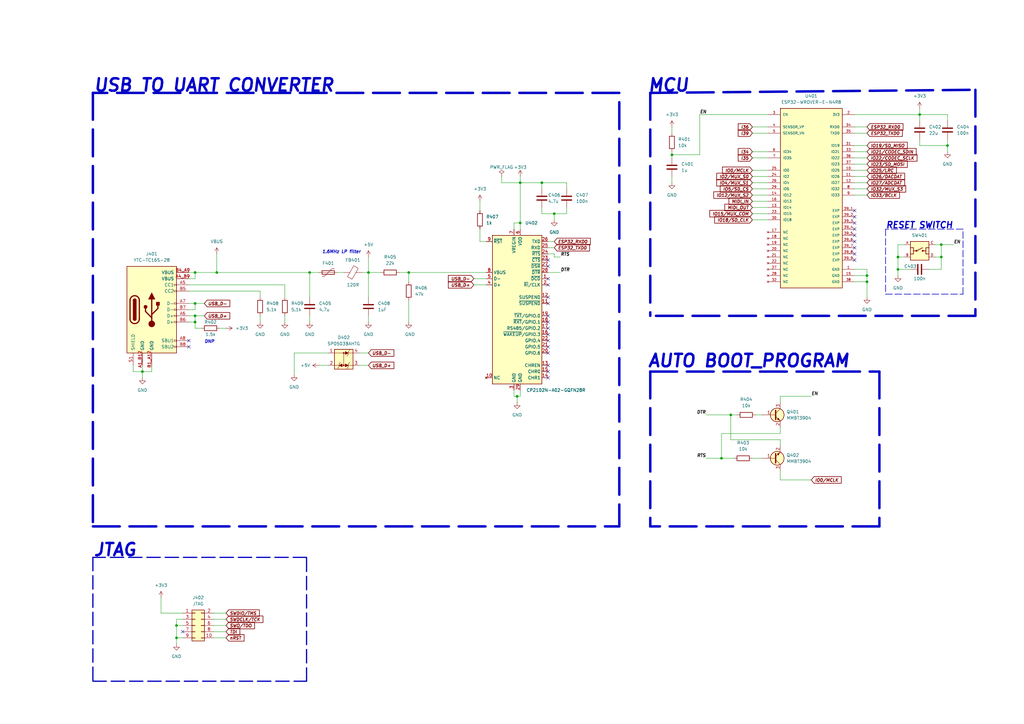
<source format=kicad_sch>
(kicad_sch (version 20211123) (generator eeschema)
  (paper "A3")
  (lib_symbols
    (symbol "MY CAPACITOR LIBRARY:CC0603KRX7R9BB104" (pin_numbers hide) (pin_names (offset 0.254))
      (property "Reference" "C6" (at -5.08 1.27 0))
      (property "Value" "CC0603KRX7R9BB104" (at -8.89 -1.27 0))
      (symbol "CC0603KRX7R9BB104_1_1"
        (pin passive line (at 0 3.81 270) (length 2.794) (name "~") (number "1"))
        (pin passive line (at 0 -3.81 90) (length 2.794) (name "~") (number "2"))
      )
    )
    (symbol "MY CAPACITOR LIBRARY:CL10A105KB8NNNC" (pin_numbers hide) (pin_names (offset 0.254))
      (property "Reference" "C5" (at 3.81 1.2701 0))
      (property "Value" "CL10A105KB8NNNC" (at 3.81 -1.2699 0))
      (symbol "CL10A105KB8NNNC_1_1"
        (pin passive line (at 0 3.81 270) (length 2.794) (name "~") (number "1"))
        (pin passive line (at 0 -3.81 90) (length 2.794) (name "~") (number "2"))
      )
    )
    (symbol "MY CAPACITOR LIBRARY:CL10A226MQ8NRNC" (pin_numbers hide) (pin_names (offset 0.254))
      (property "Reference" "C3" (at 1.27 2.54 0))
      (property "Value" "CL10A226MQ8NRNC" (at 1.27 -2.54 0))
      (symbol "CL10A226MQ8NRNC_1_1"
        (pin passive line (at 0 3.81 270) (length 2.794) (name "~") (number "1"))
        (pin passive line (at 0 -3.81 90) (length 2.794) (name "~") (number "2"))
      )
    )
    (symbol "MY CAPACITOR LIBRARY:CL10A475KO8NNNC" (pin_numbers hide) (pin_names (offset 0.254))
      (property "Reference" "C17" (at 3.81 1.2701 0))
      (property "Value" "CL10A475KO8NNNC" (at 3.81 -1.2699 0))
      (symbol "CL10A475KO8NNNC_1_1"
        (pin passive line (at 0 3.81 270) (length 2.794) (name "~") (number "1"))
        (pin passive line (at 0 -3.81 90) (length 2.794) (name "~") (number "2"))
      )
    )
    (symbol "MY CONNECTOR LIBRARY:PZ127VS-12-10-H10-A38" (pin_names (offset 1.016) hide)
      (property "Reference" "J" (at 1.27 7.62 0))
      (property "Value" "PZ127VS-12-10-H10-A38" (at 1.27 -7.62 0))
      (symbol "PZ127VS-12-10-H10-A38_1_1"
        (pin passive line (at -5.08 5.08 0) (length 3.81) (name "Pin_1") (number "1"))
        (pin passive line (at 7.62 -5.08 180) (length 3.81) (name "Pin_10") (number "10"))
        (pin passive line (at 7.62 5.08 180) (length 3.81) (name "Pin_2") (number "2"))
        (pin passive line (at -5.08 2.54 0) (length 3.81) (name "Pin_3") (number "3"))
        (pin passive line (at 7.62 2.54 180) (length 3.81) (name "Pin_4") (number "4"))
        (pin passive line (at -5.08 0 0) (length 3.81) (name "Pin_5") (number "5"))
        (pin passive line (at 7.62 0 180) (length 3.81) (name "Pin_6") (number "6"))
        (pin passive line (at -5.08 -2.54 0) (length 3.81) (name "Pin_7") (number "7"))
        (pin passive line (at 7.62 -2.54 180) (length 3.81) (name "Pin_8") (number "8"))
        (pin passive line (at -5.08 -5.08 0) (length 3.81) (name "Pin_9") (number "9"))
      )
    )
    (symbol "MY CONNECTOR LIBRARY:YTC-TC16S-28" (pin_names (offset 1.016))
      (property "Reference" "J" (at -10.16 19.05 0))
      (property "Value" "YTC-TC16S-28" (at 19.05 19.05 0))
      (symbol "YTC-TC16S-28_1_1"
        (pin passive line (at -3.81 -22.86 90) (length 5.08) (name "GND") (number "A1_B12"))
        (pin passive line (at -3.81 -22.86 90) (length 5.08) (name "GND") (number "A1_B12"))
        (pin passive line (at 15.24 12.7 180) (length 5.08) (name "VBUS") (number "A4_B9"))
        (pin passive line (at 15.24 12.7 180) (length 5.08) (name "VBUS") (number "A4_B9"))
        (pin bidirectional line (at 15.24 10.16 180) (length 5.08) (name "CC1") (number "A5"))
        (pin bidirectional line (at 15.24 -2.54 180) (length 5.08) (name "D+") (number "A6"))
        (pin bidirectional line (at 15.24 2.54 180) (length 5.08) (name "D-") (number "A7"))
        (pin bidirectional line (at 15.24 -12.7 180) (length 5.08) (name "SBU1") (number "A8"))
        (pin passive line (at 0 -22.86 90) (length 5.08) (name "GND") (number "B1_A12"))
        (pin passive line (at 0 -22.86 90) (length 5.08) (name "GND") (number "B1_A12"))
        (pin passive line (at 15.24 15.24 180) (length 5.08) (name "VBUS") (number "B4_A9"))
        (pin passive line (at 15.24 15.24 180) (length 5.08) (name "VBUS") (number "B4_A9"))
        (pin bidirectional line (at 15.24 7.62 180) (length 5.08) (name "CC2") (number "B5"))
        (pin bidirectional line (at 15.24 -5.08 180) (length 5.08) (name "D+") (number "B6"))
        (pin bidirectional line (at 15.24 0 180) (length 5.08) (name "D-") (number "B7"))
        (pin bidirectional line (at 15.24 -15.24 180) (length 5.08) (name "SBU2") (number "B8"))
        (pin passive line (at -7.62 -22.86 90) (length 5.08) (name "SHIELD") (number "S1"))
      )
    )
    (symbol "MY DIODE LIBRARY:SP0503BAHTG" (pin_names (offset 1.016))
      (property "Reference" "D1" (at 0 8.89 0))
      (property "Value" "SP0503BAHTG" (at 0 6.35 0))
      (symbol "SP0503BAHTG_1_1"
        (pin passive line (at -6.35 2.54 0) (length 2.54) (name "~") (number "1"))
        (pin passive line (at -6.35 -2.54 0) (length 2.54) (name "~") (number "2"))
        (pin passive line (at 6.35 -2.54 180) (length 2.54) (name "~") (number "3"))
        (pin passive line (at 6.35 2.54 180) (length 2.54) (name "~") (number "4"))
      )
    )
    (symbol "MY FERRITE BEAD LIBRARY:BLM18AG121SN1D" (pin_numbers hide) (pin_names (offset 0))
      (property "Reference" "FB1" (at -0.0508 5.08 90))
      (symbol "BLM18AG121SN1D_1_1"
        (pin passive line (at 0 3.81 270) (length 2.54) (name "~") (number "1"))
        (pin passive line (at 0 -3.81 90) (length 2.54) (name "~") (number "2"))
      )
    )
    (symbol "MY FUSE LIBRARY:SMD0805P020TF" (pin_numbers hide) (pin_names (offset 0))
      (property "Reference" "F1" (at 0 3.81 90))
      (symbol "SMD0805P020TF_1_1"
        (pin passive line (at 0 3.81 270) (length 1.27) (name "~") (number "1"))
        (pin passive line (at 0 -3.81 90) (length 1.27) (name "~") (number "2"))
      )
    )
    (symbol "MY IC LIBRARY:CP2102N-A02-GQFN28R"
      (property "Reference" "U2" (at 7.62 31.75 0))
      (property "Value" "CP2102N-A02-GQFN28R" (at 2.54 -33.02 0))
      (symbol "CP2102N-A02-GQFN28R_1_1"
        (pin input line (at 12.7 12.7 180) (length 2.54) (name "~{DCD}") (number "1"))
        (pin no_connect line (at -12.7 -27.94 0) (length 2.54) (name "NC") (number "10"))
        (pin output line (at 12.7 2.54 180) (length 2.54) (name "~{SUSPEND}") (number "11"))
        (pin output line (at 12.7 5.08 180) (length 2.54) (name "SUSPEND") (number "12"))
        (pin output line (at 12.7 -22.86 180) (length 2.54) (name "CHREN") (number "13"))
        (pin output line (at 12.7 -27.94 180) (length 2.54) (name "CHR1") (number "14"))
        (pin output line (at 12.7 -25.4 180) (length 2.54) (name "CHR0") (number "15"))
        (pin bidirectional line (at 12.7 -10.16 180) (length 2.54) (name "~{WAKEUP}/GPIO.3") (number "16"))
        (pin bidirectional line (at 12.7 -7.62 180) (length 2.54) (name "RS485/GPIO.2") (number "17"))
        (pin bidirectional line (at 12.7 -5.08 180) (length 2.54) (name "~{RXT}/GPIO.1") (number "18"))
        (pin bidirectional line (at 12.7 -2.54 180) (length 2.54) (name "~{TXT}/GPIO.0") (number "19"))
        (pin bidirectional line (at 12.7 10.16 180) (length 2.54) (name "~{RI}/CLK") (number "2"))
        (pin bidirectional line (at 12.7 -17.78 180) (length 2.54) (name "GPIO.6") (number "20"))
        (pin bidirectional line (at 12.7 -15.24 180) (length 2.54) (name "GPIO.5") (number "21"))
        (pin bidirectional line (at 12.7 -12.7 180) (length 2.54) (name "GPIO.4") (number "22"))
        (pin input line (at 12.7 20.32 180) (length 2.54) (name "~{CTS}") (number "23"))
        (pin output line (at 12.7 22.86 180) (length 2.54) (name "~{RTS}") (number "24"))
        (pin input line (at 12.7 25.4 180) (length 2.54) (name "RXD") (number "25"))
        (pin output line (at 12.7 27.94 180) (length 2.54) (name "TXD") (number "26"))
        (pin input line (at 12.7 17.78 180) (length 2.54) (name "~{DSR}") (number "27"))
        (pin output line (at 12.7 15.24 180) (length 2.54) (name "~{DTR}") (number "28"))
        (pin passive line (at 1.27 -33.02 90) (length 2.54) (name "GND") (number "29"))
        (pin power_in line (at -1.27 -33.02 90) (length 2.54) (name "GND") (number "3"))
        (pin bidirectional line (at -12.7 10.16 0) (length 2.54) (name "D+") (number "4"))
        (pin bidirectional line (at -12.7 12.7 0) (length 2.54) (name "D-") (number "5"))
        (pin power_in line (at 1.27 33.02 270) (length 2.54) (name "VDD") (number "6"))
        (pin power_in line (at -1.27 33.02 270) (length 2.54) (name "VREGIN") (number "7"))
        (pin input line (at -12.7 15.24 0) (length 2.54) (name "VBUS") (number "8"))
        (pin input line (at -12.7 27.94 0) (length 2.54) (name "~{RST}") (number "9"))
      )
    )
    (symbol "MY MICROCONTROLLER LIBRARY:ESP32-WROVER-E-N4R8" (pin_names (offset 1.016))
      (property "Reference" "U?" (at 1.27 40.64 0))
      (property "Value" "ESP32-WROVER-E-N4R8" (at 1.27 38.1 0))
      (symbol "ESP32-WROVER-E-N4R8_0_0"
        (pin power_in line (at 19.05 -30.48 180) (length 5.08) (name "GND") (number "1"))
        (pin bidirectional line (at 19.05 10.16 180) (length 5.08) (name "IO25") (number "10"))
        (pin bidirectional line (at 19.05 7.62 180) (length 5.08) (name "IO26") (number "11"))
        (pin bidirectional line (at 19.05 5.08 180) (length 5.08) (name "IO27") (number "12"))
        (pin bidirectional line (at -16.51 -5.08 0) (length 5.08) (name "IO14") (number "13"))
        (pin bidirectional line (at -16.51 0 0) (length 5.08) (name "IO12") (number "14"))
        (pin power_in line (at 19.05 -33.02 180) (length 5.08) (name "GND") (number "15"))
        (pin bidirectional line (at -16.51 -2.54 0) (length 5.08) (name "IO13") (number "16"))
        (pin no_connect line (at -16.51 -15.24 0) (length 5.08) (name "NC") (number "17"))
        (pin no_connect line (at -16.51 -17.78 0) (length 5.08) (name "NC") (number "18"))
        (pin no_connect line (at -16.51 -20.32 0) (length 5.08) (name "NC") (number "19"))
        (pin power_in line (at 19.05 33.02 180) (length 5.08) (name "3V3") (number "2"))
        (pin no_connect line (at -16.51 -22.86 0) (length 5.08) (name "NC") (number "20"))
        (pin no_connect line (at -16.51 -25.4 0) (length 5.08) (name "NC") (number "21"))
        (pin no_connect line (at -16.51 -27.94 0) (length 5.08) (name "NC") (number "22"))
        (pin bidirectional line (at -16.51 -7.62 0) (length 5.08) (name "IO15") (number "23"))
        (pin bidirectional line (at -16.51 7.62 0) (length 5.08) (name "IO2") (number "24"))
        (pin bidirectional line (at -16.51 10.16 0) (length 5.08) (name "IO0") (number "25"))
        (pin bidirectional line (at -16.51 5.08 0) (length 5.08) (name "IO4") (number "26"))
        (pin no_connect line (at -16.51 -30.48 0) (length 5.08) (name "NC") (number "27"))
        (pin no_connect line (at -16.51 -33.02 0) (length 5.08) (name "NC") (number "28"))
        (pin bidirectional line (at -16.51 2.54 0) (length 5.08) (name "IO5") (number "29"))
        (pin input line (at -16.51 33.02 0) (length 5.08) (name "EN") (number "3"))
        (pin bidirectional line (at -16.51 -10.16 0) (length 5.08) (name "IO18") (number "30"))
        (pin bidirectional line (at 19.05 20.32 180) (length 5.08) (name "IO19") (number "31"))
        (pin no_connect line (at -16.51 -35.56 0) (length 5.08) (name "NC") (number "32"))
        (pin bidirectional line (at 19.05 17.78 180) (length 5.08) (name "IO21") (number "33"))
        (pin bidirectional line (at 19.05 27.94 180) (length 5.08) (name "RXD0") (number "34"))
        (pin bidirectional line (at 19.05 25.4 180) (length 5.08) (name "TXD0") (number "35"))
        (pin bidirectional line (at 19.05 15.24 180) (length 5.08) (name "IO22") (number "36"))
        (pin bidirectional line (at 19.05 12.7 180) (length 5.08) (name "IO23") (number "37"))
        (pin power_in line (at 19.05 -35.56 180) (length 5.08) (name "GND") (number "38"))
        (pin power_in line (at 19.05 -6.35 180) (length 5.08) (name "EXP") (number "39_1"))
        (pin power_in line (at 19.05 -8.89 180) (length 5.08) (name "EXP") (number "39_2"))
        (pin power_in line (at 19.05 -11.43 180) (length 5.08) (name "EXP") (number "39_3"))
        (pin power_in line (at 19.05 -13.97 180) (length 5.08) (name "EXP") (number "39_4"))
        (pin power_in line (at 19.05 -16.51 180) (length 5.08) (name "EXP") (number "39_5"))
        (pin power_in line (at 19.05 -19.05 180) (length 5.08) (name "EXP") (number "39_6"))
        (pin power_in line (at 19.05 -21.59 180) (length 5.08) (name "EXP") (number "39_7"))
        (pin power_in line (at 19.05 -24.13 180) (length 5.08) (name "EXP") (number "39_8"))
        (pin power_in line (at 19.05 -26.67 180) (length 5.08) (name "EXP") (number "39_9"))
        (pin input line (at -16.51 27.94 0) (length 5.08) (name "SENSOR_VP") (number "4"))
        (pin input line (at -16.51 25.4 0) (length 5.08) (name "SENSOR_VN") (number "5"))
        (pin input line (at -16.51 17.78 0) (length 5.08) (name "IO34") (number "6"))
        (pin input line (at -16.51 15.24 0) (length 5.08) (name "IO35") (number "7"))
        (pin bidirectional line (at 19.05 2.54 180) (length 5.08) (name "IO32") (number "8"))
        (pin bidirectional line (at 19.05 0 180) (length 5.08) (name "IO33") (number "9"))
      )
    )
    (symbol "MY RESISTOR LIBRARY:0603WAF1001T5E" (pin_numbers hide) (pin_names (offset 0))
      (property "Reference" "R" (at 2.032 0 90))
      (property "Value" "0603WAF1001T5E" (at 0 0 90))
      (symbol "0603WAF1001T5E_1_1"
        (pin passive line (at 0 3.81 270) (length 1.27) (name "~") (number "1"))
        (pin passive line (at 0 -3.81 90) (length 1.27) (name "~") (number "2"))
      )
    )
    (symbol "MY RESISTOR LIBRARY:0603WAF1002T5E" (pin_numbers hide) (pin_names (offset 0))
      (property "Reference" "R" (at 2.032 0 90))
      (property "Value" "0603WAF1002T5E" (at 0 0 90))
      (symbol "0603WAF1002T5E_1_1"
        (pin passive line (at 0 3.81 270) (length 1.27) (name "~") (number "1"))
        (pin passive line (at 0 -3.81 90) (length 1.27) (name "~") (number "2"))
      )
    )
    (symbol "MY RESISTOR LIBRARY:0603WAF2202T5E" (pin_numbers hide) (pin_names (offset 0))
      (property "Reference" "R" (at 2.032 0 90))
      (property "Value" "0603WAF2202T5E" (at 0 0 90))
      (symbol "0603WAF2202T5E_1_1"
        (pin passive line (at 0 3.81 270) (length 1.27) (name "~") (number "1"))
        (pin passive line (at 0 -3.81 90) (length 1.27) (name "~") (number "2"))
      )
    )
    (symbol "MY RESISTOR LIBRARY:0603WAF4702T5E" (pin_numbers hide) (pin_names (offset 0))
      (property "Reference" "R" (at 2.032 0 90))
      (property "Value" "0603WAF4702T5E" (at 0 0 90))
      (symbol "0603WAF4702T5E_1_1"
        (pin passive line (at 0 3.81 270) (length 1.27) (name "~") (number "1"))
        (pin passive line (at 0 -3.81 90) (length 1.27) (name "~") (number "2"))
      )
    )
    (symbol "MY RESISTOR LIBRARY:0603WAF5101T5E" (pin_numbers hide) (pin_names (offset 0))
      (property "Reference" "R" (at 2.032 0 90))
      (property "Value" "0603WAF5101T5E" (at 0 0 90))
      (symbol "0603WAF5101T5E_1_1"
        (pin passive line (at 0 3.81 270) (length 1.27) (name "~") (number "1"))
        (pin passive line (at 0 -3.81 90) (length 1.27) (name "~") (number "2"))
      )
    )
    (symbol "MY RESISTOR LIBRARY:CQ03WAJ0152T5E" (pin_numbers hide) (pin_names (offset 0))
      (property "Reference" "R" (at 2.032 0 90))
      (property "Value" "CQ03WAJ0152T5E" (at 0 0 90))
      (symbol "CQ03WAJ0152T5E_1_1"
        (pin passive line (at 0 3.81 270) (length 1.27) (name "~") (number "1"))
        (pin passive line (at 0 -3.81 90) (length 1.27) (name "~") (number "2"))
      )
    )
    (symbol "MY SWITCH LIBRARY:TS-1187A-B-A-B" (pin_names (offset 1.016))
      (property "Reference" "SW1" (at 1.27 6.35 0))
      (symbol "TS-1187A-B-A-B_0_0"
        (pin passive line (at -5.08 2.54 0) (length 2.54) (name "~") (number "A"))
        (pin passive line (at -5.08 -2.54 0) (length 2.54) (name "~") (number "B"))
        (pin passive line (at 7.62 2.54 180) (length 2.54) (name "~") (number "C"))
        (pin passive line (at 7.62 -2.54 180) (length 2.54) (name "~") (number "D"))
      )
    )
    (symbol "MY TRANSISTOR LIBRARY:MMBT3904" (pin_names (offset 0) hide)
      (property "Reference" "Q1" (at 5.08 1.2701 0))
      (property "Value" "MMBT3904" (at 5.08 -1.2699 0))
      (symbol "MMBT3904_1_1"
        (pin input line (at -5.08 0 0) (length 5.715) (name "B") (number "1"))
        (pin passive line (at 2.54 -5.08 90) (length 2.54) (name "E") (number "2"))
        (pin passive line (at 2.54 5.08 270) (length 2.54) (name "C") (number "3"))
      )
    )
    (symbol "power:+3V3" (power) (pin_names (offset 0))
      (property "Value" "+3V3" (at 0 3.556 0))
      (symbol "+3V3_1_1"
        (pin power_in line (at 0 0 90) (length 0) hide (name "+3V3") (number "1"))
      )
    )
    (symbol "power:+5V" (power) (pin_names (offset 0))
      (property "Value" "+5V" (at 0 3.556 0))
      (symbol "+5V_1_1"
        (pin power_in line (at 0 0 90) (length 0) hide (name "+5V") (number "1"))
      )
    )
    (symbol "power:GND" (power) (pin_names (offset 0))
      (property "Value" "GND" (at 0 -3.81 0))
      (symbol "GND_1_1"
        (pin power_in line (at 0 0 270) (length 0) hide (name "GND") (number "1"))
      )
    )
    (symbol "power:PWR_FLAG" (power) (pin_numbers hide) (pin_names (offset 0) hide)
      (property "Value" "PWR_FLAG" (at 0 3.81 0))
      (symbol "PWR_FLAG_0_0"
        (pin power_out line (at 0 0 90) (length 0) (name "pwr") (number "1"))
      )
    )
    (symbol "power:VBUS" (power) (pin_names (offset 0))
      (property "Value" "VBUS" (at 0 3.81 0))
      (symbol "VBUS_1_1"
        (pin power_in line (at 0 0 90) (length 0) hide (name "VBUS") (number "1"))
      )
    )
  )
  (junction (at 386.08 100.33))
  (junction (at 275.59 63.5))
  (junction (at 58.42 152.4))
  (junction (at 299.72 170.18))
  (junction (at 355.6 115.57))
  (junction (at 88.9 111.76))
  (junction (at 167.64 111.76))
  (junction (at 80.01 111.76))
  (junction (at 80.01 132.08))
  (junction (at 213.36 91.44))
  (junction (at 72.39 261.62))
  (junction (at 213.36 74.93))
  (junction (at 212.09 162.56))
  (junction (at 368.3 110.49))
  (junction (at 127 111.76))
  (junction (at 355.6 113.03))
  (junction (at 80.01 129.54))
  (junction (at 227.33 87.63))
  (junction (at 151.13 111.76))
  (junction (at 388.62 59.69))
  (junction (at 295.91 187.96))
  (junction (at 80.01 124.46))
  (junction (at 72.39 256.54))
  (junction (at 386.08 105.41))
  (junction (at 377.19 46.99))
  (junction (at 368.3 105.41))
  (junction (at 222.25 74.93))
  (no_connect (at 74.93 259.08))
  (no_connect (at 350.52 96.52))
  (no_connect (at 350.52 106.68))
  (no_connect (at 350.52 91.44))
  (no_connect (at 224.79 106.68))
  (no_connect (at 224.79 154.94))
  (no_connect (at 224.79 142.24))
  (no_connect (at 224.79 129.54))
  (no_connect (at 224.79 121.92))
  (no_connect (at 350.52 93.98))
  (no_connect (at 224.79 149.86))
  (no_connect (at 224.79 109.22))
  (no_connect (at 350.52 101.6))
  (no_connect (at 77.47 139.7))
  (no_connect (at 350.52 104.14))
  (no_connect (at 350.52 86.36))
  (no_connect (at 224.79 144.78))
  (no_connect (at 224.79 152.4))
  (no_connect (at 350.52 88.9))
  (no_connect (at 224.79 139.7))
  (no_connect (at 224.79 132.08))
  (no_connect (at 224.79 114.3))
  (no_connect (at 224.79 116.84))
  (no_connect (at 224.79 134.62))
  (no_connect (at 224.79 137.16))
  (no_connect (at 350.52 99.06))
  (no_connect (at 224.79 124.46))
  (no_connect (at 77.47 142.24))
  (polyline (pts (xy 360.68 215.9) (xy 266.7 215.9)) (stroke (width 1)))
  (wire (pts (xy 167.64 111.76) (xy 199.39 111.76)))
  (wire (pts (xy 275.59 72.39) (xy 275.59 74.93)))
  (wire (pts (xy 196.85 86.36) (xy 196.85 82.55)))
  (wire (pts (xy 308.61 64.77) (xy 314.96 64.77)))
  (wire (pts (xy 368.3 110.49) (xy 373.38 110.49)))
  (wire (pts (xy 77.47 124.46) (xy 80.01 124.46)))
  (wire (pts (xy 82.55 134.62) (xy 80.01 134.62)))
  (wire (pts (xy 386.08 100.33) (xy 386.08 105.41)))
  (wire (pts (xy 80.01 127) (xy 80.01 124.46)))
  (wire (pts (xy 388.62 46.99) (xy 377.19 46.99)))
  (wire (pts (xy 88.9 104.14) (xy 88.9 111.76)))
  (wire (pts (xy 196.85 99.06) (xy 199.39 99.06)))
  (wire (pts (xy 308.61 90.17) (xy 314.96 90.17)))
  (wire (pts (xy 355.6 115.57) (xy 355.6 121.92)))
  (wire (pts (xy 80.01 124.46) (xy 83.82 124.46)))
  (polyline (pts (xy 266.7 152.4) (xy 360.68 152.4)) (stroke (width 1)))
  (wire (pts (xy 368.3 105.41) (xy 370.84 105.41)))
  (wire (pts (xy 90.17 134.62) (xy 92.71 134.62)))
  (wire (pts (xy 54.61 152.4) (xy 58.42 152.4)))
  (wire (pts (xy 222.25 74.93) (xy 232.41 74.93)))
  (wire (pts (xy 350.52 67.31) (xy 355.6 67.31)))
  (polyline (pts (xy 38.1 279.4) (xy 125.73 279.4)) (stroke (width 0.5)))
  (polyline (pts (xy 266.7 38.1) (xy 266.7 129.54)) (stroke (width 1)))
  (wire (pts (xy 300.99 187.96) (xy 295.91 187.96)))
  (wire (pts (xy 194.31 116.84) (xy 199.39 116.84)))
  (wire (pts (xy 299.72 170.18) (xy 302.26 170.18)))
  (wire (pts (xy 87.63 251.46) (xy 92.71 251.46)))
  (wire (pts (xy 308.61 54.61) (xy 314.96 54.61)))
  (polyline (pts (xy 363.22 120.65) (xy 394.97 120.65)) (stroke (width 0.254)))
  (wire (pts (xy 388.62 49.53) (xy 388.62 46.99)))
  (wire (pts (xy 120.65 144.78) (xy 120.65 153.67)))
  (wire (pts (xy 212.09 162.56) (xy 210.82 162.56)))
  (wire (pts (xy 224.79 101.6) (xy 227.33 101.6)))
  (wire (pts (xy 299.72 180.34) (xy 299.72 170.18)))
  (wire (pts (xy 80.01 111.76) (xy 77.47 111.76)))
  (wire (pts (xy 210.82 162.56) (xy 210.82 160.02)))
  (wire (pts (xy 127 129.54) (xy 127 132.08)))
  (wire (pts (xy 275.59 63.5) (xy 287.02 63.5)))
  (polyline (pts (xy 360.68 152.4) (xy 360.68 215.9)) (stroke (width 1)))
  (wire (pts (xy 58.42 149.86) (xy 58.42 152.4)))
  (wire (pts (xy 350.52 115.57) (xy 355.6 115.57)))
  (wire (pts (xy 224.79 104.14) (xy 227.33 104.14)))
  (wire (pts (xy 167.64 111.76) (xy 167.64 115.57)))
  (wire (pts (xy 212.09 165.1) (xy 212.09 162.56)))
  (wire (pts (xy 213.36 162.56) (xy 213.36 160.02)))
  (wire (pts (xy 210.82 91.44) (xy 213.36 91.44)))
  (wire (pts (xy 227.33 104.14) (xy 227.33 105.41)))
  (wire (pts (xy 229.87 105.41) (xy 227.33 105.41)))
  (wire (pts (xy 308.61 85.09) (xy 314.96 85.09)))
  (wire (pts (xy 62.23 152.4) (xy 58.42 152.4)))
  (wire (pts (xy 308.61 82.55) (xy 314.96 82.55)))
  (wire (pts (xy 80.01 114.3) (xy 80.01 111.76)))
  (wire (pts (xy 309.88 170.18) (xy 312.42 170.18)))
  (wire (pts (xy 350.52 80.01) (xy 355.6 80.01)))
  (wire (pts (xy 213.36 74.93) (xy 222.25 74.93)))
  (wire (pts (xy 320.04 177.8) (xy 320.04 175.26)))
  (wire (pts (xy 72.39 254) (xy 72.39 256.54)))
  (wire (pts (xy 147.32 149.86) (xy 151.13 149.86)))
  (wire (pts (xy 350.52 110.49) (xy 355.6 110.49)))
  (wire (pts (xy 134.62 144.78) (xy 120.65 144.78)))
  (wire (pts (xy 377.19 46.99) (xy 377.19 49.53)))
  (wire (pts (xy 295.91 187.96) (xy 295.91 177.8)))
  (wire (pts (xy 350.52 113.03) (xy 355.6 113.03)))
  (wire (pts (xy 287.02 63.5) (xy 287.02 46.99)))
  (wire (pts (xy 196.85 99.06) (xy 196.85 93.98)))
  (polyline (pts (xy 394.97 93.98) (xy 363.22 93.98)) (stroke (width 0.254)))
  (wire (pts (xy 355.6 113.03) (xy 355.6 115.57)))
  (wire (pts (xy 355.6 110.49) (xy 355.6 113.03)))
  (wire (pts (xy 77.47 114.3) (xy 80.01 114.3)))
  (polyline (pts (xy 38.1 38.1) (xy 38.1 215.9)) (stroke (width 1)))
  (wire (pts (xy 350.52 72.39) (xy 355.6 72.39)))
  (wire (pts (xy 289.56 170.18) (xy 299.72 170.18)))
  (wire (pts (xy 213.36 74.93) (xy 205.74 74.93)))
  (wire (pts (xy 350.52 64.77) (xy 355.6 64.77)))
  (polyline (pts (xy 125.73 228.6) (xy 38.1 228.6)) (stroke (width 0.5)))
  (wire (pts (xy 167.64 123.19) (xy 167.64 132.08)))
  (wire (pts (xy 308.61 77.47) (xy 314.96 77.47)))
  (wire (pts (xy 213.36 93.98) (xy 213.36 91.44)))
  (polyline (pts (xy 400.05 36.83) (xy 400.05 129.54)) (stroke (width 1)))
  (polyline (pts (xy 363.22 93.98) (xy 363.22 120.65)) (stroke (width 0.254)))
  (polyline (pts (xy 125.73 279.4) (xy 125.73 228.6)) (stroke (width 0.5)))
  (wire (pts (xy 308.61 62.23) (xy 314.96 62.23)))
  (wire (pts (xy 386.08 100.33) (xy 391.16 100.33)))
  (wire (pts (xy 308.61 72.39) (xy 314.96 72.39)))
  (wire (pts (xy 77.47 127) (xy 80.01 127)))
  (wire (pts (xy 127 111.76) (xy 88.9 111.76)))
  (wire (pts (xy 227.33 87.63) (xy 232.41 87.63)))
  (wire (pts (xy 275.59 63.5) (xy 275.59 64.77)))
  (wire (pts (xy 151.13 111.76) (xy 151.13 121.92)))
  (wire (pts (xy 320.04 196.85) (xy 332.74 196.85)))
  (wire (pts (xy 350.52 62.23) (xy 355.6 62.23)))
  (wire (pts (xy 350.52 59.69) (xy 355.6 59.69)))
  (wire (pts (xy 151.13 105.41) (xy 151.13 111.76)))
  (wire (pts (xy 224.79 99.06) (xy 227.33 99.06)))
  (wire (pts (xy 80.01 132.08) (xy 80.01 134.62)))
  (wire (pts (xy 232.41 85.09) (xy 232.41 87.63)))
  (wire (pts (xy 350.52 52.07) (xy 355.6 52.07)))
  (wire (pts (xy 320.04 162.56) (xy 332.74 162.56)))
  (wire (pts (xy 308.61 74.93) (xy 314.96 74.93)))
  (wire (pts (xy 80.01 129.54) (xy 83.82 129.54)))
  (wire (pts (xy 350.52 69.85) (xy 355.6 69.85)))
  (wire (pts (xy 116.84 116.84) (xy 116.84 121.92)))
  (wire (pts (xy 388.62 59.69) (xy 388.62 62.23)))
  (wire (pts (xy 77.47 119.38) (xy 106.68 119.38)))
  (wire (pts (xy 222.25 74.93) (xy 222.25 77.47)))
  (wire (pts (xy 388.62 57.15) (xy 388.62 59.69)))
  (wire (pts (xy 205.74 72.39) (xy 205.74 74.93)))
  (wire (pts (xy 308.61 69.85) (xy 314.96 69.85)))
  (wire (pts (xy 106.68 119.38) (xy 106.68 121.92)))
  (wire (pts (xy 130.81 149.86) (xy 134.62 149.86)))
  (wire (pts (xy 381 110.49) (xy 386.08 110.49)))
  (wire (pts (xy 275.59 52.07) (xy 275.59 54.61)))
  (wire (pts (xy 350.52 46.99) (xy 377.19 46.99)))
  (polyline (pts (xy 254 38.1) (xy 38.1 38.1)) (stroke (width 1)))
  (wire (pts (xy 163.83 111.76) (xy 167.64 111.76)))
  (wire (pts (xy 213.36 74.93) (xy 213.36 91.44)))
  (wire (pts (xy 77.47 132.08) (xy 80.01 132.08)))
  (wire (pts (xy 350.52 74.93) (xy 355.6 74.93)))
  (wire (pts (xy 308.61 52.07) (xy 314.96 52.07)))
  (wire (pts (xy 222.25 87.63) (xy 227.33 87.63)))
  (wire (pts (xy 77.47 116.84) (xy 116.84 116.84)))
  (wire (pts (xy 72.39 261.62) (xy 72.39 264.16)))
  (wire (pts (xy 289.56 187.96) (xy 295.91 187.96)))
  (wire (pts (xy 74.93 254) (xy 72.39 254)))
  (wire (pts (xy 308.61 87.63) (xy 314.96 87.63)))
  (wire (pts (xy 127 111.76) (xy 130.81 111.76)))
  (wire (pts (xy 106.68 129.54) (xy 106.68 132.08)))
  (wire (pts (xy 77.47 129.54) (xy 80.01 129.54)))
  (wire (pts (xy 194.31 114.3) (xy 199.39 114.3)))
  (wire (pts (xy 232.41 74.93) (xy 232.41 77.47)))
  (wire (pts (xy 368.3 100.33) (xy 370.84 100.33)))
  (wire (pts (xy 87.63 261.62) (xy 92.71 261.62)))
  (wire (pts (xy 210.82 93.98) (xy 210.82 91.44)))
  (wire (pts (xy 350.52 54.61) (xy 355.6 54.61)))
  (wire (pts (xy 320.04 193.04) (xy 320.04 196.85)))
  (wire (pts (xy 87.63 254) (xy 92.71 254)))
  (wire (pts (xy 88.9 111.76) (xy 80.01 111.76)))
  (wire (pts (xy 58.42 152.4) (xy 58.42 154.94)))
  (polyline (pts (xy 254 41.91) (xy 254 215.9)) (stroke (width 1)))
  (wire (pts (xy 308.61 187.96) (xy 312.42 187.96)))
  (polyline (pts (xy 400.05 129.54) (xy 266.7 129.54)) (stroke (width 1)))
  (polyline (pts (xy 266.7 152.4) (xy 266.7 215.9)) (stroke (width 1)))
  (wire (pts (xy 138.43 111.76) (xy 140.97 111.76)))
  (wire (pts (xy 383.54 105.41) (xy 386.08 105.41)))
  (wire (pts (xy 151.13 111.76) (xy 156.21 111.76)))
  (wire (pts (xy 87.63 259.08) (xy 92.71 259.08)))
  (wire (pts (xy 368.3 110.49) (xy 368.3 105.41)))
  (wire (pts (xy 350.52 77.47) (xy 355.6 77.47)))
  (wire (pts (xy 147.32 144.78) (xy 151.13 144.78)))
  (wire (pts (xy 295.91 177.8) (xy 320.04 177.8)))
  (wire (pts (xy 368.3 105.41) (xy 368.3 100.33)))
  (wire (pts (xy 127 121.92) (xy 127 111.76)))
  (polyline (pts (xy 266.7 38.1) (xy 400.05 36.83)) (stroke (width 1)))
  (wire (pts (xy 212.09 162.56) (xy 213.36 162.56)))
  (wire (pts (xy 308.61 80.01) (xy 314.96 80.01)))
  (wire (pts (xy 224.79 111.76) (xy 229.87 111.76)))
  (wire (pts (xy 299.72 180.34) (xy 320.04 180.34)))
  (wire (pts (xy 320.04 165.1) (xy 320.04 162.56)))
  (wire (pts (xy 227.33 87.63) (xy 227.33 90.17)))
  (wire (pts (xy 386.08 110.49) (xy 386.08 105.41)))
  (wire (pts (xy 74.93 256.54) (xy 72.39 256.54)))
  (wire (pts (xy 222.25 85.09) (xy 222.25 87.63)))
  (polyline (pts (xy 394.97 120.65) (xy 394.97 93.98)) (stroke (width 0.254)))
  (wire (pts (xy 66.04 251.46) (xy 74.93 251.46)))
  (wire (pts (xy 287.02 46.99) (xy 314.96 46.99)))
  (wire (pts (xy 148.59 111.76) (xy 151.13 111.76)))
  (polyline (pts (xy 38.1 215.9) (xy 254 215.9)) (stroke (width 1)))
  (wire (pts (xy 377.19 59.69) (xy 388.62 59.69)))
  (wire (pts (xy 377.19 57.15) (xy 377.19 59.69)))
  (wire (pts (xy 66.04 245.11) (xy 66.04 251.46)))
  (wire (pts (xy 383.54 100.33) (xy 386.08 100.33)))
  (wire (pts (xy 87.63 256.54) (xy 92.71 256.54)))
  (wire (pts (xy 62.23 149.86) (xy 62.23 152.4)))
  (wire (pts (xy 72.39 261.62) (xy 74.93 261.62)))
  (polyline (pts (xy 38.1 228.6) (xy 38.1 279.4)) (stroke (width 0.5)))
  (wire (pts (xy 116.84 129.54) (xy 116.84 132.08)))
  (wire (pts (xy 80.01 132.08) (xy 80.01 129.54)))
  (wire (pts (xy 72.39 256.54) (xy 72.39 261.62)))
  (wire (pts (xy 54.61 149.86) (xy 54.61 152.4)))
  (wire (pts (xy 275.59 62.23) (xy 275.59 63.5)))
  (wire (pts (xy 320.04 182.88) (xy 320.04 180.34)))
  (wire (pts (xy 213.36 72.39) (xy 213.36 74.93)))
  (wire (pts (xy 368.3 113.03) (xy 368.3 110.49)))
  (wire (pts (xy 377.19 46.99) (xy 377.19 44.45)))
  (wire (pts (xy 151.13 129.54) (xy 151.13 132.08)))
  (text "USB TO UART CONVERTER" (at 38.1 38.1 0) (effects (font (size 5.08 5.08) bold italic) (justify left bottom)))
  (text "RESET SWITCH" (at 363.22 93.98 0) (effects (font (size 2.54 2.54) bold italic) (justify left bottom)))
  (text "MCU" (at 265.43 38.1 0) (effects (font (size 5.08 5.08) (thickness 1.016) bold italic) (justify left bottom)))
  (text "DNP" (at 83.82 140.97 0) (effects (font (size 1.27 1.27) bold italic) (justify left bottom)))
  (text "1.6MHz LP filter" (at 132.08 104.14 0) (effects (font (size 1.27 1.27) (thickness 0.254) bold italic) (justify left bottom)))
  (text "AUTO BOOT_PROGRAM\n" (at 265.43 151.13 0) (effects (font (size 5.08 5.08) bold italic) (justify left bottom)))
  (text "JTAG" (at 38.1 228.6 0) (effects (font (size 5 5) bold italic) (justify left bottom)))
  (label "EN" (at 332.74 162.56 0) (effects (font (thickness 0.254) bold italic)))
  (label "EN" (at 287.02 46.99 0) (effects (font (thickness 0.254) bold italic)))
  (label "DTR" (at 289.56 170.18 180) (effects (font bold italic)))
  (label "RTS" (at 229.87 105.41 0) (effects (font bold italic)))
  (label "RTS" (at 289.56 187.96 180) (effects (font bold italic)))
  (label "EN" (at 391.16 100.33 0) (effects (font (thickness 0.254) bold italic)))
  (label "DTR" (at 229.87 111.76 0) (effects (font bold italic)))
  (global_label "ESP32_RXD0" (shape input) (at 355.6 52.07 0) (effects (font bold italic)) (property "Intersheet References" "${INTERSHEET_REFS}" (effects hide)))
  (global_label "IO12{slash}MUX_S2" (shape input) (at 308.61 80.01 180) (effects (font bold italic)) (property "Intersheet References" "${INTERSHEET_REFS}" (effects hide)))
  (global_label "IO21{slash}CODEC_SDIN" (shape input) (at 355.6 62.23 0) (effects (font bold italic)) (property "Intersheet References" "${INTERSHEET_REFS}" (effects hide)))
  (global_label "USB_D-" (shape input) (at 194.31 114.3 180) (effects (font bold italic)) (property "Intersheet References" "${INTERSHEET_REFS}" (effects hide)))
  (global_label "IO2{slash}MUX_S0" (shape input) (at 308.61 72.39 180) (effects (font (thickness 0.254) bold italic)) (property "Intersheet References" "${INTERSHEET_REFS}" (effects hide)))
  (global_label "TDI" (shape input) (at 92.71 259.08 0) (effects (font bold italic)) (property "Intersheet References" "${INTERSHEET_REFS}" (effects hide)))
  (global_label "ESP32_TXD0" (shape input) (at 355.6 54.61 0) (effects (font (thickness 0.254) bold italic)) (property "Intersheet References" "${INTERSHEET_REFS}" (effects hide)))
  (global_label "IO22{slash}CODEC_SCLK" (shape input) (at 355.6 64.77 0) (effects (font bold italic)) (property "Intersheet References" "${INTERSHEET_REFS}" (effects hide)))
  (global_label "USB_D+" (shape input) (at 83.82 129.54 0) (effects (font bold italic)) (property "Intersheet References" "${INTERSHEET_REFS}" (effects hide)))
  (global_label "I34" (shape input) (at 308.61 62.23 180) (effects (font bold italic)) (property "Intersheet References" "${INTERSHEET_REFS}" (effects hide)))
  (global_label "IO19{slash}SD_MISO" (shape input) (at 355.6 59.69 0) (effects (font bold italic)) (property "Intersheet References" "${INTERSHEET_REFS}" (effects hide)))
  (global_label "IO26{slash}DACDAT" (shape input) (at 355.6 72.39 0) (effects (font (thickness 0.254) bold italic)) (property "Intersheet References" "${INTERSHEET_REFS}" (effects hide)))
  (global_label "SWDIO{slash}TMS" (shape input) (at 92.71 251.46 0) (effects (font bold italic)) (property "Intersheet References" "${INTERSHEET_REFS}" (effects hide)))
  (global_label "USB_D+" (shape input) (at 151.13 149.86 0) (effects (font bold italic)) (property "Intersheet References" "${INTERSHEET_REFS}" (effects hide)))
  (global_label "USB_D+" (shape input) (at 194.31 116.84 180) (effects (font bold italic)) (property "Intersheet References" "${INTERSHEET_REFS}" (effects hide)))
  (global_label "I36" (shape input) (at 308.61 52.07 180) (effects (font (thickness 0.254) bold italic)) (property "Intersheet References" "${INTERSHEET_REFS}" (effects hide)))
  (global_label "IO0{slash}MCLK" (shape input) (at 308.61 69.85 180) (effects (font (thickness 0.254) bold italic)) (property "Intersheet References" "${INTERSHEET_REFS}" (effects hide)))
  (global_label "IO0{slash}MCLK" (shape input) (at 332.74 196.85 0) (effects (font (thickness 0.254) bold italic)) (property "Intersheet References" "${INTERSHEET_REFS}" (effects hide)))
  (global_label "IO4{slash}MUX_S1" (shape input) (at 308.61 74.93 180) (effects (font (thickness 0.254) bold italic)) (property "Intersheet References" "${INTERSHEET_REFS}" (effects hide)))
  (global_label "I39" (shape input) (at 308.61 54.61 180) (effects (font bold italic)) (property "Intersheet References" "${INTERSHEET_REFS}" (effects hide)))
  (global_label "ESP32_RXD0" (shape input) (at 227.33 99.06 0) (effects (font bold italic)) (property "Intersheet References" "${INTERSHEET_REFS}" (effects hide)))
  (global_label "nRST" (shape input) (at 92.71 261.62 0) (effects (font bold italic)) (property "Intersheet References" "${INTERSHEET_REFS}" (effects hide)))
  (global_label "SWO{slash}TDO" (shape input) (at 92.71 256.54 0) (effects (font bold italic)) (property "Intersheet References" "${INTERSHEET_REFS}" (effects hide)))
  (global_label "MIDI_IN" (shape input) (at 308.61 82.55 180) (effects (font (thickness 0.254) bold italic)) (property "Intersheet References" "${INTERSHEET_REFS}" (effects hide)))
  (global_label "USB_D-" (shape input) (at 83.82 124.46 0) (effects (font bold italic)) (property "Intersheet References" "${INTERSHEET_REFS}" (effects hide)))
  (global_label "I35" (shape input) (at 308.61 64.77 180) (effects (font bold italic)) (property "Intersheet References" "${INTERSHEET_REFS}" (effects hide)))
  (global_label "IO23{slash}SD_MOSI" (shape input) (at 355.6 67.31 0) (effects (font bold italic)) (property "Intersheet References" "${INTERSHEET_REFS}" (effects hide)))
  (global_label "USB_D-" (shape input) (at 151.13 144.78 0) (effects (font bold italic)) (property "Intersheet References" "${INTERSHEET_REFS}" (effects hide)))
  (global_label "IO15{slash}MUX_COM" (shape input) (at 308.61 87.63 180) (effects (font bold italic)) (property "Intersheet References" "${INTERSHEET_REFS}" (effects hide)))
  (global_label "IO25{slash}LRC" (shape input) (at 355.6 69.85 0) (effects (font (thickness 0.254) bold italic)) (property "Intersheet References" "${INTERSHEET_REFS}" (effects hide)))
  (global_label "IO27{slash}ADCDAT" (shape input) (at 355.6 74.93 0) (effects (font (thickness 0.254) bold italic)) (property "Intersheet References" "${INTERSHEET_REFS}" (effects hide)))
  (global_label "IO5{slash}SD_CS" (shape input) (at 308.61 77.47 180) (effects (font (thickness 0.254) bold italic)) (property "Intersheet References" "${INTERSHEET_REFS}" (effects hide)))
  (global_label "IO32{slash}MUX_S3" (shape input) (at 355.6 77.47 0) (effects (font (thickness 0.254) bold italic)) (property "Intersheet References" "${INTERSHEET_REFS}" (effects hide)))
  (global_label "IO18{slash}SD_CLK" (shape input) (at 308.61 90.17 180) (effects (font bold italic)) (property "Intersheet References" "${INTERSHEET_REFS}" (effects hide)))
  (global_label "MIDI_OUT" (shape input) (at 308.61 85.09 180) (effects (font bold italic)) (property "Intersheet References" "${INTERSHEET_REFS}" (effects hide)))
  (global_label "SWDCLK{slash}TCK" (shape input) (at 92.71 254 0) (effects (font bold italic)) (property "Intersheet References" "${INTERSHEET_REFS}" (effects hide)))
  (global_label "IO33{slash}BCLK" (shape input) (at 355.6 80.01 0) (effects (font (thickness 0.254) bold italic)) (property "Intersheet References" "${INTERSHEET_REFS}" (effects hide)))
  (global_label "ESP32_TXD0" (shape input) (at 227.33 101.6 0) (effects (font (thickness 0.254) bold italic)) (property "Intersheet References" "${INTERSHEET_REFS}" (effects hide)))
  (symbol (lib_id "power:+3V3") (at 377.19 44.45 0) (unit 1)
    (property "Reference" "#PWR0129" (effects hide))
    (property "Value" "+3V3" (at 377.19 39.37 0))
  )
  (symbol (lib_id "MY CAPACITOR LIBRARY:CL10A226MQ8NRNC") (at 377.19 53.34 0) (unit 1)
    (property "Reference" "C402" (at 381 52.0699 0) (effects (justify left)))
    (property "Value" "22u" (at 381 54.6099 0) (effects (justify left)))
    (property "Footprint" "MY CAPACITOR LIBRARY:0603_CL10A226MQ8NRNC" (effects hide))
  )
  (symbol (lib_id "MY TRANSISTOR LIBRARY:MMBT3904") (at 317.5 187.96 0) (mirror x) (unit 1)
    (property "Reference" "Q402" (at 322.58 186.6899 0) (effects (justify left)))
    (property "Value" "MMBT3904" (at 322.58 189.2299 0) (effects (justify left)))
    (property "Footprint" "MY TRANSISTOR LIBRARY:MMBT3904_SOT-23" (effects hide))
    (property "Datasheet" "https://www.onsemi.com/pub/Collateral/BC818-D.pdf" (effects hide))
  )
  (symbol (lib_id "MY RESISTOR LIBRARY:0603WAF1002T5E") (at 275.59 58.42 180) (unit 1)
    (property "Reference" "R401" (at 278.13 57.1499 0) (effects (justify right)))
    (property "Value" "10k" (at 278.13 59.6899 0) (effects (justify right)))
    (property "Footprint" "MY RESISTOR LIBRARY:0603WAF1002T5E" (effects hide))
  )
  (symbol (lib_id "MY CAPACITOR LIBRARY:CC0603KRX7R9BB104") (at 232.41 81.28 0) (unit 1)
    (property "Reference" "C407" (at 236.22 80.0099 0) (effects (justify left)))
    (property "Value" "100n" (at 236.22 82.5499 0) (effects (justify left)))
    (property "Footprint" "MY CAPACITOR LIBRARY:CC0603KRX7R9BB104_0603" (effects hide))
  )
  (symbol (lib_id "power:+3V3") (at 196.85 82.55 0) (unit 1)
    (property "Reference" "#PWR0118" (effects hide))
    (property "Value" "+3V3" (at 196.85 77.47 0))
  )
  (symbol (lib_id "power:+3V3") (at 275.59 52.07 0) (unit 1)
    (property "Reference" "#PWR0128" (effects hide))
    (property "Value" "+3V3" (at 275.59 46.99 0))
  )
  (symbol (lib_id "MY RESISTOR LIBRARY:0603WAF5101T5E") (at 106.68 125.73 0) (unit 1)
    (property "Reference" "R408" (at 109.22 124.4599 0) (effects (justify left)))
    (property "Value" "5.1k" (at 109.22 126.9999 0) (effects (justify left)))
    (property "Footprint" "MY RESISTOR LIBRARY:0603WAF5101T5E" (effects hide))
  )
  (symbol (lib_id "power:GND") (at 368.3 113.03 0) (unit 1)
    (property "Reference" "#PWR0125" (effects hide))
    (property "Value" "GND" (at 368.3 118.11 0))
  )
  (symbol (lib_id "MY RESISTOR LIBRARY:0603WAF1002T5E") (at 306.07 170.18 90) (unit 1)
    (property "Reference" "R404" (at 306.07 163.83 90))
    (property "Value" "10k" (at 306.07 166.37 90))
    (property "Footprint" "MY RESISTOR LIBRARY:0603WAF1002T5E" (effects hide))
  )
  (symbol (lib_id "power:GND") (at 355.6 121.92 0) (unit 1)
    (property "Reference" "#PWR0130" (effects hide))
    (property "Value" "GND" (at 355.6 127 0))
  )
  (symbol (lib_id "MY CONNECTOR LIBRARY:PZ127VS-12-10-H10-A38") (at 80.01 256.54 0) (unit 1)
    (property "Reference" "J402" (at 81.28 245.11 0))
    (property "Value" "JTAG" (at 81.28 247.65 0))
    (property "Footprint" "MY CONNECTOR LIBRARY:PZ127VS-12-10-H10-A38" (effects hide))
  )
  (symbol (lib_id "MY FERRITE BEAD LIBRARY:BLM18AG121SN1D") (at 144.78 111.76 90) (unit 1)
    (property "Reference" "FB401" (at 144.7292 106.68 90))
    (property "Value" "120R" (at 144.78 116.84 90))
    (property "Footprint" "MY FERRITE BEAD LIBRARY:0603_BLM18AG121SN1D" (effects hide))
  )
  (symbol (lib_id "MY RESISTOR LIBRARY:CQ03WAJ0152T5E") (at 86.36 134.62 90) (unit 1)
    (property "Reference" "R402" (at 86.36 132.08 90))
    (property "Value" "1.5k" (at 86.36 137.16 90))
    (property "Footprint" "MY RESISTOR LIBRARY:CQ03WAJ0152T5E" (effects hide))
  )
  (symbol (lib_id "MY CAPACITOR LIBRARY:CL10A105KB8NNNC") (at 151.13 125.73 0) (unit 1)
    (property "Reference" "C408" (at 154.94 124.4599 0) (effects (justify left)))
    (property "Value" "1uF" (at 154.94 126.9999 0) (effects (justify left)))
    (property "Footprint" "MY CAPACITOR LIBRARY:CL10A105KB8NNNC_0603" (effects hide))
  )
  (symbol (lib_id "power:GND") (at 116.84 132.08 0) (unit 1)
    (property "Reference" "#PWR0407" (effects hide))
    (property "Value" "GND" (at 116.84 137.16 0))
  )
  (symbol (lib_id "MY IC LIBRARY:CP2102N-A02-GQFN28R") (at 212.09 127 0) (unit 1)
    (property "Reference" "U402" (at 215.3794 91.44 0) (effects (justify left)))
    (property "Value" "CP2102N-A02-GQFN28R" (at 215.9 160.02 0) (effects (justify left)))
    (property "Footprint" "MY IC LIBRARY:CP2102N-A02-GQFN28R_QFN-28" (effects hide))
    (property "Datasheet" "https://www.silabs.com/documents/public/data-sheets/cp2102n-datasheet.pdf" (effects hide))
  )
  (symbol (lib_id "MY RESISTOR LIBRARY:0603WAF2202T5E") (at 160.02 111.76 90) (unit 1)
    (property "Reference" "R405" (at 160.02 105.41 90))
    (property "Value" "22k" (at 160.02 107.95 90))
    (property "Footprint" "MY RESISTOR LIBRARY:0603WAF2202T5E" (effects hide))
  )
  (symbol (lib_id "MY CAPACITOR LIBRARY:CL10A475KO8NNNC") (at 222.25 81.28 0) (unit 1)
    (property "Reference" "C406" (at 224.79 80.01 0) (effects (justify left)))
    (property "Value" "4.7u" (at 224.79 82.55 0) (effects (justify left)))
    (property "Footprint" "MY CAPACITOR LIBRARY:CL10A475KO8NNNC_0603" (effects hide))
  )
  (symbol (lib_id "power:GND") (at 388.62 62.23 0) (unit 1)
    (property "Reference" "#PWR0124" (effects hide))
    (property "Value" "GND" (at 388.62 67.31 0))
  )
  (symbol (lib_id "power:GND") (at 212.09 165.1 0) (unit 1)
    (property "Reference" "#PWR0114" (effects hide))
    (property "Value" "GND" (at 212.09 170.18 0))
  )
  (symbol (lib_id "MY RESISTOR LIBRARY:0603WAF5101T5E") (at 116.84 125.73 0) (unit 1)
    (property "Reference" "R409" (at 119.38 124.4599 0) (effects (justify left)))
    (property "Value" "5.1k" (at 119.38 126.9999 0) (effects (justify left)))
    (property "Footprint" "MY RESISTOR LIBRARY:0603WAF5101T5E" (effects hide))
  )
  (symbol (lib_id "MY RESISTOR LIBRARY:0603WAF1002T5E") (at 304.8 187.96 90) (unit 1)
    (property "Reference" "R403" (at 304.8 181.61 90))
    (property "Value" "10k" (at 304.8 184.15 90))
    (property "Footprint" "MY RESISTOR LIBRARY:0603WAF1002T5E" (effects hide))
  )
  (symbol (lib_id "MY TRANSISTOR LIBRARY:MMBT3904") (at 317.5 170.18 0) (unit 1)
    (property "Reference" "Q401" (at 322.58 168.9099 0) (effects (justify left)))
    (property "Value" "MMBT3904" (at 322.58 171.4499 0) (effects (justify left)))
    (property "Footprint" "MY TRANSISTOR LIBRARY:MMBT3904_SOT-23" (effects hide))
    (property "Datasheet" "https://www.onsemi.com/pub/Collateral/BC818-D.pdf" (effects hide))
  )
  (symbol (lib_id "power:GND") (at 106.68 132.08 0) (unit 1)
    (property "Reference" "#PWR0406" (effects hide))
    (property "Value" "GND" (at 106.68 137.16 0))
  )
  (symbol (lib_id "power:GND") (at 151.13 132.08 0) (unit 1)
    (property "Reference" "#PWR0410" (effects hide))
    (property "Value" "GND" (at 151.13 137.16 0))
  )
  (symbol (lib_id "power:GND") (at 127 132.08 0) (unit 1)
    (property "Reference" "#PWR0408" (effects hide))
    (property "Value" "GND" (at 127 137.16 0))
  )
  (symbol (lib_id "power:GND") (at 72.39 264.16 0) (unit 1)
    (property "Reference" "#PWR0403" (effects hide))
    (property "Value" "GND" (at 72.39 269.24 0))
  )
  (symbol (lib_id "power:+5V") (at 151.13 105.41 0) (unit 1)
    (property "Reference" "#PWR0409" (effects hide))
    (property "Value" "+5V" (at 151.13 100.33 0))
  )
  (symbol (lib_id "power:+3V3") (at 66.04 245.11 0) (unit 1)
    (property "Reference" "#PWR0402" (effects hide))
    (property "Value" "+3V3" (at 66.04 240.03 0))
  )
  (symbol (lib_id "power:+3V3") (at 92.71 134.62 270) (unit 1)
    (property "Reference" "#PWR0405" (effects hide))
    (property "Value" "+3V3" (at 96.52 134.6199 90) (effects (justify left)))
  )
  (symbol (lib_id "MY CAPACITOR LIBRARY:CL10A105KB8NNNC") (at 275.59 68.58 0) (unit 1)
    (property "Reference" "C401" (at 279.4 67.3099 0) (effects (justify left)))
    (property "Value" "1u" (at 279.4 69.8499 0) (effects (justify left)))
    (property "Footprint" "MY CAPACITOR LIBRARY:CL10A105KB8NNNC_0603" (effects hide))
  )
  (symbol (lib_id "MY CONNECTOR LIBRARY:YTC-TC16S-28") (at 62.23 127 0) (unit 1)
    (property "Reference" "J401" (at 62.23 104.14 0))
    (property "Value" "YTC-TC16S-28" (at 62.23 106.68 0))
    (property "Footprint" "MY CONNECTOR LIBRARY:YTC-TC16S-28" (effects hide))
    (property "Datasheet" "https://www.usb.org/sites/default/files/documents/usb_type-c.zip" (effects hide))
  )
  (symbol (lib_id "power:+5V") (at 130.81 149.86 90) (unit 1)
    (property "Reference" "#PWR0120" (effects hide))
    (property "Value" "+5V" (at 123.19 149.86 90) (effects (justify right)))
  )
  (symbol (lib_id "MY CAPACITOR LIBRARY:CL10A475KO8NNNC") (at 127 125.73 0) (unit 1)
    (property "Reference" "C405" (at 130.81 124.4599 0) (effects (justify left)))
    (property "Value" "4.7u" (at 130.81 126.9999 0) (effects (justify left)))
    (property "Footprint" "MY CAPACITOR LIBRARY:CL10A475KO8NNNC_0603" (effects hide))
  )
  (symbol (lib_id "MY RESISTOR LIBRARY:0603WAF4702T5E") (at 167.64 119.38 0) (unit 1)
    (property "Reference" "R406" (at 170.18 118.1099 0) (effects (justify left)))
    (property "Value" "47k" (at 170.18 120.6499 0) (effects (justify left)))
    (property "Footprint" "MY RESISTOR LIBRARY:0603WAF4702T5E" (effects hide))
  )
  (symbol (lib_id "power:GND") (at 227.33 90.17 0) (unit 1)
    (property "Reference" "#PWR0123" (effects hide))
    (property "Value" "GND" (at 227.33 95.25 0))
  )
  (symbol (lib_id "MY CAPACITOR LIBRARY:CC0603KRX7R9BB104") (at 388.62 53.34 0) (unit 1)
    (property "Reference" "C404" (at 392.43 52.0699 0) (effects (justify left)))
    (property "Value" "100n" (at 392.43 54.6099 0) (effects (justify left)))
    (property "Footprint" "MY CAPACITOR LIBRARY:CC0603KRX7R9BB104_0603" (effects hide))
  )
  (symbol (lib_id "MY FUSE LIBRARY:SMD0805P020TF") (at 134.62 111.76 90) (unit 1)
    (property "Reference" "F401" (at 134.62 107.95 90))
    (property "Value" "SMD0805P020TF" (effects hide))
    (property "Footprint" "MY FUSE LIBRARY:0805_SMD0805P020TF" (effects hide))
  )
  (symbol (lib_id "MY CAPACITOR LIBRARY:CC0603KRX7R9BB104") (at 377.19 110.49 90) (unit 1)
    (property "Reference" "C403" (at 373.38 109.22 90))
    (property "Value" "100n" (at 377.19 114.3 90))
    (property "Footprint" "MY CAPACITOR LIBRARY:CC0603KRX7R9BB104_0603" (effects hide))
  )
  (symbol (lib_id "power:VBUS") (at 88.9 104.14 0) (unit 1)
    (property "Reference" "#PWR0404" (effects hide))
    (property "Value" "VBUS" (at 88.9 99.06 0))
  )
  (symbol (lib_id "power:GND") (at 167.64 132.08 0) (unit 1)
    (property "Reference" "#PWR0113" (effects hide))
    (property "Value" "GND" (at 170.18 137.16 0) (effects (justify right)))
  )
  (symbol (lib_id "power:+3V3") (at 213.36 72.39 0) (unit 1)
    (property "Reference" "#PWR0117" (effects hide))
    (property "Value" "+3V3" (at 213.36 68.58 0))
  )
  (symbol (lib_id "MY SWITCH LIBRARY:TS-1187A-B-A-B") (at 375.92 102.87 0) (unit 1)
    (property "Reference" "SW401" (at 377.19 96.52 0))
    (property "Value" "TS-1187A-B-A-B" (effects hide))
    (property "Footprint" "MY SWITCH LIBRARY:TS-1187A-B-A-B_smd" (effects hide))
    (property "Comment" "1825910-6" (effects hide))
  )
  (symbol (lib_id "MY RESISTOR LIBRARY:0603WAF1001T5E") (at 196.85 90.17 0) (unit 1)
    (property "Reference" "R407" (at 199.39 88.8999 0) (effects (justify left)))
    (property "Value" "1k" (at 199.39 91.4399 0) (effects (justify left)))
    (property "Footprint" "MY RESISTOR LIBRARY:0603WAF1001T5E" (effects hide))
  )
  (symbol (lib_id "MY MICROCONTROLLER LIBRARY:ESP32-WROVER-E-N4R8") (at 331.47 80.01 0) (unit 1)
    (property "Reference" "U401" (at 332.74 39.37 0))
    (property "Value" "ESP32-WROVER-E-N4R8" (at 332.74 41.91 0))
    (property "Footprint" "MY MICROCONTROLLER LIBRARY:XCVR_ESP32-WROVER-E-N4R8" (effects hide))
    (property "MANUFACTURER" "Espressif Systems" (effects hide))
    (property "STANDARD" "Manufacturer Recommendations" (effects hide))
    (property "PARTREV" "1.6" (effects hide))
    (property "SNAPEDA_PN" "ESP32-WROVER-E-N4R8" (effects hide))
    (property "MAXIMUM_PACKAGE_HEIGHT" "3.45 mm" (effects hide))
  )
  (symbol (lib_id "MY DIODE LIBRARY:SP0503BAHTG") (at 140.97 147.32 0) (unit 1)
    (property "Reference" "D402" (at 140.97 138.43 0))
    (property "Value" "SP0503BAHTG" (at 140.97 140.97 0))
    (property "Footprint" "MY DIODE LIBRARY:SP0503BAHTG_SOT-143" (effects hide))
    (property "Digi-Key_PN" "F2715CT-ND" (effects hide))
    (property "MPN" "SP0503BAHTG" (effects hide))
    (property "Category" "Circuit Protection" (effects hide))
    (property "Family" "TVS - Diodes" (effects hide))
    (property "DK_Datasheet_Link" "https://www.littelfuse.com/~{/media/files/littelfuse/technical%20resources/documents/data%20sheets/sp05xxba.pdf}" (effects hide))
    (property "DK_Detail_Page" "/product-detail/en/littelfuse-inc/SP0503BAHTG/F2715CT-ND/1154322" (effects hide))
    (property "Description" "TVS DIODE 5.5V 8.5V SOT143-4" (effects hide))
    (property "Manufacturer" "Littelfuse Inc." (effects hide))
    (property "Status" "Active" (effects hide))
  )
  (symbol (lib_id "power:GND") (at 120.65 153.67 0) (unit 1)
    (property "Reference" "#PWR0119" (effects hide))
    (property "Value" "GND" (at 120.65 158.75 0))
  )
  (symbol (lib_id "power:PWR_FLAG") (at 205.74 72.39 0) (unit 1)
    (property "Reference" "#FLG0102" (effects hide))
    (property "Value" "PWR_FLAG" (at 205.74 68.58 0))
  )
  (symbol (lib_id "power:GND") (at 275.59 74.93 0) (unit 1)
    (property "Reference" "#PWR0126" (effects hide))
    (property "Value" "GND" (at 275.59 80.01 0))
  )
  (symbol (lib_id "power:GND") (at 58.42 154.94 0) (unit 1)
    (property "Reference" "#PWR0401" (effects hide))
    (property "Value" "GND" (at 58.42 160.02 0))
  )
)
</source>
